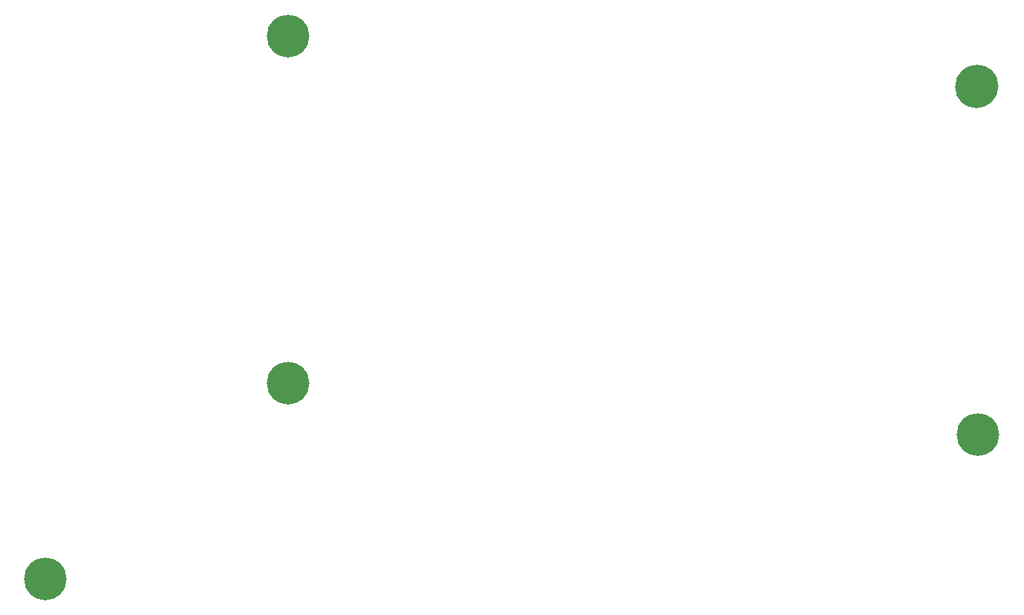
<source format=gbr>
G04 #@! TF.GenerationSoftware,KiCad,Pcbnew,7.0.9*
G04 #@! TF.CreationDate,2024-01-08T22:46:21+03:00*
G04 #@! TF.ProjectId,SofleKeyboardTopPlate,536f666c-654b-4657-9962-6f617264546f,rev?*
G04 #@! TF.SameCoordinates,Original*
G04 #@! TF.FileFunction,Soldermask,Top*
G04 #@! TF.FilePolarity,Negative*
%FSLAX46Y46*%
G04 Gerber Fmt 4.6, Leading zero omitted, Abs format (unit mm)*
G04 Created by KiCad (PCBNEW 7.0.9) date 2024-01-08 22:46:21*
%MOMM*%
%LPD*%
G01*
G04 APERTURE LIST*
%ADD10C,4.700000*%
G04 APERTURE END LIST*
D10*
X99242768Y-116567265D03*
X125967768Y-56692265D03*
X202017768Y-100642265D03*
X125967768Y-56692265D03*
X99242768Y-116567265D03*
X99242768Y-116567265D03*
X125967768Y-94992265D03*
X125967768Y-56692265D03*
X201866904Y-62179465D03*
X201853077Y-62277855D03*
X201866904Y-62179465D03*
X125967768Y-94992265D03*
X99242768Y-116567265D03*
X202017768Y-100642265D03*
X201853077Y-62277855D03*
X125967768Y-56692265D03*
M02*

</source>
